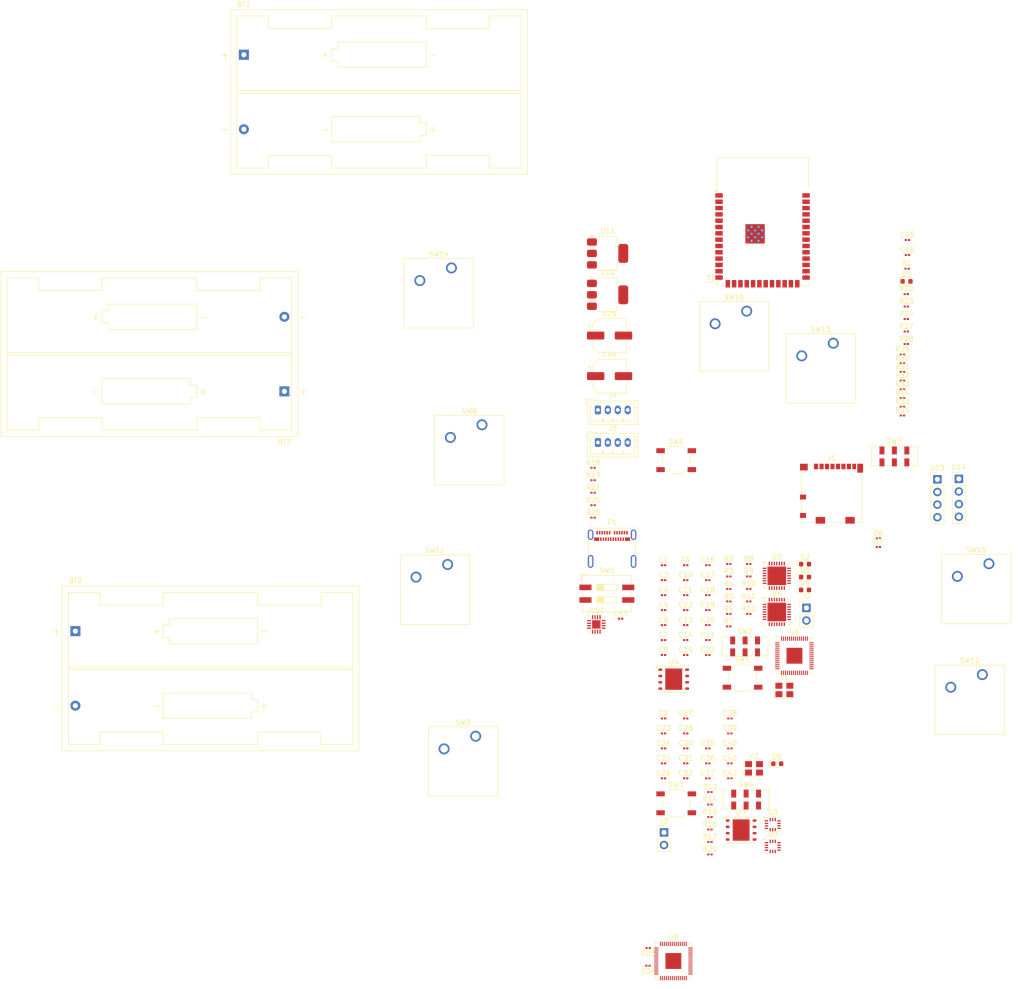
<source format=kicad_pcb>
(kicad_pcb (version 20221018) (generator pcbnew)
  (layers (0 "F.Cu" signal) (31 "B.Cu" signal) (34 "B.Paste" user) (35 "F.Paste" user) (36 "B.SilkS" user "B.Silkscreen") (37 "F.SilkS" user "F.Silkscreen") (38 "B.Mask" user) (39 "F.Mask" user) (44 "Edge.Cuts" user))
  (net 0 "")
  (net 1 "Net-(BT1-+)")
  (net 2 "Net-(BT1--)")
  (net 3 "/VBAT")
  (net 4 "Net-(BT3--)")
  (net 5 "Net-(U2-VCP)")
  (net 6 "VCC")
  (net 7 "GND")
  (net 8 "Net-(U2-CPO)")
  (net 9 "Net-(U2-CPI)")
  (net 10 "/Motor Controller/CURR_S")
  (net 11 "Net-(U6-VCP)")
  (net 12 "Net-(U6-CPO)")
  (net 13 "Net-(U6-CPI)")
  (net 14 "Net-(U1-VREG_VOUT)")
  (net 15 "Net-(U1-XIN)")
  (net 16 "Net-(U1-XOUT)")
  (net 17 "Net-(U1-RUN)")
  (net 18 "Net-(U8-XIN)")
  (net 19 "Net-(U8-XOUT)")
  (net 20 "Net-(U8-RUN)")
  (net 21 "Net-(U8-VREG_VOUT)")
  (net 22 "Net-(U5-EN)")
  (net 23 "Net-(SW7-A)")
  (net 24 "Net-(D1-K)")
  (net 25 "Net-(D2-A)")
  (net 26 "Net-(D3-A)")
  (net 27 "Net-(D4-A)")
  (net 28 "Net-(D5-A)")
  (net 29 "/Telemetry and Control Module/SD_DAT2")
  (net 30 "/Telemetry and Control Module/SD_DAT3")
  (net 31 "/Telemetry and Control Module/SD_CMD")
  (net 32 "/Telemetry and Control Module/SD_CLK")
  (net 33 "/Telemetry and Control Module/SD_DAT0")
  (net 34 "/Telemetry and Control Module/SD_DAT1")
  (net 36 "/Telemetry and Control Module/SD_DET")
  (net 37 "Net-(J2-Pin_1)")
  (net 38 "Net-(J2-Pin_2)")
  (net 39 "Net-(J3-Pin_1)")
  (net 40 "Net-(J3-Pin_2)")
  (net 41 "/Motor Controller/ML_B2")
  (net 42 "/Motor Controller/ML_B1")
  (net 43 "/Motor Controller/ML_A2")
  (net 44 "/Motor Controller/ML_A1")
  (net 45 "/Motor Controller/MR_B2")
  (net 46 "/Motor Controller/MR_B1")
  (net 47 "/Motor Controller/MR_A2")
  (net 48 "/Motor Controller/MR_A1")
  (net 49 "Net-(D6-K)")
  (net 51 "/D+")
  (net 52 "/D-")
  (net 54 "Net-(U5-IO16)")
  (net 55 "Net-(U1-GPIO25)")
  (net 56 "/Motor Controller/QSPI_SS")
  (net 57 "Net-(U2-5VOUT)")
  (net 58 "Net-(U6-5VOUT)")
  (net 59 "Net-(U1-GPIO0)")
  (net 60 "/Motor Controller/ML_UART")
  (net 61 "Net-(U1-GPIO4)")
  (net 62 "/Motor Controller/MR_UART")
  (net 63 "Net-(U1-GPIO21)")
  (net 64 "/Motor Controller/USB+")
  (net 65 "Net-(U1-USB_DP)")
  (net 66 "/Motor Controller/USB-")
  (net 67 "Net-(U1-USB_DM)")
  (net 68 "Net-(SW2-A)")
  (net 69 "/Gyro Controller/USB+")
  (net 70 "Net-(U8-USB_DP)")
  (net 71 "/Gyro Controller/USB-")
  (net 72 "Net-(U8-USB_DM)")
  (net 73 "/Gyro Controller/QSPI_SS")
  (net 74 "Net-(SW4-A)")
  (net 75 "Net-(U10-SEL1)")
  (net 76 "Net-(U10-SEL0)")
  (net 77 "Net-(U8-GPIO21)")
  (net 78 "Net-(U10-{slash}OE)")
  (net 79 "Net-(U5-IO46)")
  (net 80 "/Gyro Controller/SDA")
  (net 81 "/Gyro Controller/SCL")
  (net 82 "/Telemetry and Control Module/OLED_SCL")
  (net 83 "/Telemetry and Control Module/OLED_SDA")
  (net 84 "/Telemetry and Control Module/BTN7")
  (net 85 "/Telemetry and Control Module/BTN6")
  (net 86 "/Telemetry and Control Module/BTN5")
  (net 87 "/Telemetry and Control Module/BTN4")
  (net 88 "/Telemetry and Control Module/BTN3")
  (net 89 "/Telemetry and Control Module/BTN2")
  (net 90 "/Telemetry and Control Module/BTN1")
  (net 91 "/Telemetry and Control Module/BTN0")
  (net 96 "/Motor Controller/~{ML_EN}")
  (net 97 "/Motor Controller/ML_STEP")
  (net 98 "/Motor Controller/ML_DIR")
  (net 99 "/Motor Controller/ML_SPRD")
  (net 100 "/Motor Controller/ML_DIAG")
  (net 101 "/Motor Controller/ML_INDEX")
  (net 102 "/Motor Controller/~{MR_EN}")
  (net 103 "/Motor Controller/MR_STEP")
  (net 104 "/Motor Controller/MR_DIR")
  (net 105 "/Motor Controller/MR_SPRD")
  (net 106 "/Motor Controller/MR_DIAG")
  (net 107 "/Motor Controller/MR_INDEX")
  (net 108 "/Motor Controller/READY")
  (net 113 "/Motor Controller/QSPI_SD3")
  (net 114 "/Motor Controller/QSPI_SCLK")
  (net 115 "/Motor Controller/QSPI_SD0")
  (net 116 "/Motor Controller/QSPI_SD2")
  (net 117 "/Motor Controller/QSPI_SD1")
  (net 120 "/Gyro Controller/MISO_A")
  (net 123 "/Gyro Controller/INT1_A")
  (net 124 "/Gyro Controller/INT2_A")
  (net 127 "/Gyro Controller/CS_A")
  (net 128 "/Gyro Controller/SCK_A")
  (net 129 "/Gyro Controller/MOSI_A")
  (net 130 "/Gyro Controller/READY")
  (net 133 "/Telemetry and Control Module/USB-")
  (net 134 "/Telemetry and Control Module/USB+")
  (net 146 "/Gyro Controller/QSPI_SD1")
  (net 147 "/Gyro Controller/QSPI_SD2")
  (net 148 "/Gyro Controller/QSPI_SD0")
  (net 149 "/Gyro Controller/QSPI_SCLK")
  (net 150 "/Gyro Controller/QSPI_SD3")
  (net 152 "/Gyro Controller/INT1_B")
  (net 153 "/Gyro Controller/INT2_B")
  (net 154 "/Gyro Controller/CS_B")
  (net 155 "/Gyro Controller/SCK_B")
  (net 156 "/Gyro Controller/MOSI_B")
  (net 157 "/Gyro Controller/MISO_B")
  (footprint "Capacitor_SMD:C_0201_0603Metric" (layer "F.Cu") (at -61.3275 94.43)
    (fp_text reference "C6")
    (fp_text value "22nF")
  )
  (footprint "Capacitor_SMD:C_0201_0603Metric" (layer "F.Cu") (at -52.4275 85.4)
    (fp_text reference "C17")
    (fp_text value "100nF")
  )
  (footprint "Resistor_SMD:R_0201_0603Metric" (layer "F.Cu") (at -13.2775 47.03)
    (fp_text reference "R33")
    (fp_text value "1k")
  )
  (footprint "Resistor_SMD:R_0201_0603Metric" (layer "F.Cu") (at -44.1875 84.65)
    (fp_text reference "R9")
    (fp_text value "27.4")
  )
  (footprint "Capacitor_SMD:C_0201_0603Metric" (layer "F.Cu") (at -61.3275 113.21)
    (fp_text reference "C2")
    (fp_text value "100nF")
  )
  (footprint "Capacitor_SMD:C_0201_0603Metric" (layer "F.Cu") (at -64.4661 162.9403 180)
    (fp_text reference "C34")
    (fp_text value "100nF")
  )
  (footprint "Resistor_SMD:R_0201_0603Metric" (layer "F.Cu") (at -18.125 76.99)
    (fp_text reference "D6")
    (fp_text value "D")
  )
  (footprint "Package_TO_SOT_SMD:SOT-223-3_TabPin2" (layer "F.Cu") (at -72.5775 19.685)
    (fp_text reference "U11")
    (fp_text value "AMS1117-3.3")
  )
  (footprint "Battery:BatteryHolder_Keystone_2462_2xAA" (layer "F.Cu") (at -137.5794 47.4238 180)
    (fp_text reference "BT3")
    (fp_text value "2xAA")
  )
  (footprint "Resistor_SMD:R_0201_0603Metric" (layer "F.Cu") (at -13.2775 40.03)
    (fp_text reference "R29")
    (fp_text value "1k")
  )
  (footprint "Resistor_SMD:R_0201_0603Metric" (layer "F.Cu") (at -13.2775 50.53)
    (fp_text reference "R35")
    (fp_text value "1k")
  )
  (footprint "Resistor_SMD:R_0201_0603Metric" (layer "F.Cu") (at -48.1975 92.18)
    (fp_text reference "R6")
    (fp_text value "1k")
  )
  (footprint "Package_LGA:Bosch_LGA-14_3x2.5mm_P0.5mm" (layer "F.Cu") (at -39.3625 134.565)
    (fp_text reference "U3")
    (fp_text value "~")
  )
  (footprint "Resistor_SMD:R_0201_0603Metric" (layer "F.Cu") (at -48.1975 94.69)
    (fp_text reference "R7")
    (fp_text value "1k")
  )
  (footprint "Capacitor_SMD:C_0201_0603Metric" (layer "F.Cu") (at -56.8775 85.4)
    (fp_text reference "C10")
    (fp_text value "100nF")
  )
  (footprint "Button_Switch_Keyboard:SW_Cherry_MX_1.00u_PCB" (layer "F.Cu") (at -103.9876 22.606)
    (fp_text reference "SW14")
    (fp_text value "SW_Push")
  )
  (footprint "Resistor_SMD:R_0201_0603Metric" (layer "F.Cu") (at -12.4975 35.39)
    (fp_text reference "R27")
    (fp_text value "2.2k")
  )
  (footprint "Resistor_SMD:R_0201_0603Metric" (layer "F.Cu") (at -44.1875 82.14)
    (fp_text reference "R8")
    (fp_text value "1k")
  )
  (footprint "Connector_PinHeader_2.54mm:PinHeader_1x04_P2.54mm_Vertical" (layer "F.Cu") (at -6.2484 65.1256)
    (fp_text reference "U13")
    (fp_text value "~")
  )
  (footprint "Capacitor_SMD:CP_Elec_6.3x5.9" (layer "F.Cu") (at -72.1775 44.36)
    (fp_text reference "C44")
    (fp_text value "22uF")
  )
  (footprint "Resistor_SMD:R_0201_0603Metric" (layer "F.Cu") (at -51.9975 135.54)
    (fp_text reference "R16")
    (fp_text value "10k")
  )
  (footprint "Button_Switch_Keyboard:SW_Cherry_MX_1.00u_PCB" (layer "F.Cu") (at -99.1108 116.7892)
    (fp_text reference "SW9")
    (fp_text value "SW_Push")
  )
  (footprint "Capacitor_SMD:C_0201_0603Metric" (layer "F.Cu") (at -56.8775 97.44)
    (fp_text reference "C14")
    (fp_text value "100nF")
  )
  (footprint "Capacitor_SMD:C_0201_0603Metric" (layer "F.Cu") (at -56.8775 100.45)
    (fp_text reference "C15")
    (fp_text value "1uF")
  )
  (footprint "Capacitor_SMD:C_0201_0603Metric" (layer "F.Cu") (at -52.4275 94.43)
    (fp_text reference "C20")
    (fp_text value "15pF")
  )
  (footprint "Resistor_SMD:R_0201_0603Metric" (layer "F.Cu") (at -48.1975 89.67)
    (fp_text reference "R5")
    (fp_text value "1k")
  )
  (footprint "Capacitor_SMD:C_0201_0603Metric" (layer "F.Cu") (at -52.4275 91.42)
    (fp_text reference "C19")
    (fp_text value "15pF")
  )
  (footprint "Resistor_SMD:R_0201_0603Metric" (layer "F.Cu") (at -48.1975 82.14)
    (fp_text reference "R2")
    (fp_text value "22k")
  )
  (footprint "Capacitor_SMD:C_0201_0603Metric" (layer "F.Cu") (at -52.4275 119.23)
    (fp_text reference "C35")
    (fp_text value "100nF")
  )
  (footprint "Resistor_SMD:R_0201_0603Metric" (layer "F.Cu") (at -51.9975 140.56)
    (fp_text reference "R20")
    (fp_text value "1k")
  )
  (footprint "Capacitor_SMD:C_0201_0603Metric" (layer "F.Cu") (at -47.9775 113.21)
    (fp_text reference "C38")
    (fp_text value "100nF")
  )
  (footprint "Resistor_SMD:R_0201_0603Metric" (layer "F.Cu") (at -75.4975 72.83)
    (fp_text reference "R26")
    (fp_text value "2.2k")
  )
  (footprint "Capacitor_SMD:C_0201_0603Metric" (layer "F.Cu") (at -61.3275 97.44)
    (fp_text reference "C7")
    (fp_text value "100nF")
  )
  (footprint "Button_Switch_SMD:SW_DPDT_CK_JS202011JCQN" (layer "F.Cu") (at -44.7175 129.53)
    (fp_text reference "SW4")
    (fp_text value "~{USB_BOOT}")
  )
  (footprint "Connector_PinHeader_2.54mm:PinHeader_1x04_P2.54mm_Vertical" (layer "F.Cu") (at -1.9304 65.024)
    (fp_text reference "U14")
    (fp_text value "~")
  )
  (footprint "Crystal:Crystal_SMD_Abracon_ABM8G-4Pin_3.2x2.5mm" (layer "F.Cu") (at -43.1275 123.24)
    (fp_text reference "Y2")
    (fp_text value "ABM8-272-T3")
  )
  (footprint "Button_Switch_SMD:SW_SPST_TL3342" (layer "F.Cu") (at -45.4275 105.02)
    (fp_text reference "SW1")
    (fp_text value "RST")
  )
  (footprint "Resistor_SMD:R_0201_0603Metric" (layer "F.Cu") (at -51.9975 138.05)
    (fp_text reference "R17")
    (fp_text value "1k")
  )
  (footprint "Resistor_SMD:R_0201_0603Metric" (layer "F.Cu") (at -44.1875 92.18)
    (fp_text reference "R12")
    (fp_text value "1k")
  )
  (footprint "Resistor_SMD:R_0201_0603Metric" (layer "F.Cu") (at -13.2775 41.78)
    (fp_text reference "R30")
    (fp_text value "1k")
  )
  (footprint "Capacitor_SMD:C_0201_0603Metric" (layer "F.Cu") (at -12.2775 16.99)
    (fp_text reference "C45")
    (fp_text value "100nF")
  )
  (footprint "Crystal:Crystal_SMD_Abracon_ABM8G-4Pin_3.2x2.5mm" (layer "F.Cu") (at -37.0275 107.48)
    (fp_text reference "Y1")
    (fp_text value "ABM8-272-T3")
  )
  (footprint "Button_Switch_Keyboard:SW_Cherry_MX_1.00u_PCB" (layer "F.Cu") (at -97.8408 54.1528)
    (fp_text reference "SW8")
    (fp_text value "SW_Push")
  )
  (footprint "LED_SMD:LED_0603_1608Metric" (layer "F.Cu") (at -32.8675 87.36)
    (fp_text reference "D4")
    (fp_text value "RP2040_LED")
  )
  (footprint "Button_Switch_Keyboard:SW_Cherry_MX_1.00u_PCB" (layer "F.Cu") (at -44.6024 31.2928)
    (fp_text reference "SW10")
    (fp_text value "SW_Push")
  )
  (footprint "Connector_JST:JST_PH_B4B-PH-K_1x04_P2.00mm_Vertical" (layer "F.Cu") (at -74.5275 51.16)
    (fp_text reference "J4")
    (fp_text value "ML")
  )
  (footprint "Resistor_SMD:R_0201_0603Metric" (layer "F.Cu") (at -13.2775 48.78)
    (fp_text reference "R34")
    (fp_text value "1k")
  )
  (footprint "Resistor_SMD:R_0201_0603Metric" (layer "F.Cu") (at -12.4975 27.86)
    (fp_text reference "R22")
    (fp_text value "1k")
  )
  (footprint "Capacitor_SMD:C_0201_0603Metric" (layer "F.Cu") (at -47.9775 125.25)
    (fp_text reference "C42")
    (fp_text value "100nF")
  )
  (footprint "Connector_PinHeader_2.54mm:PinHeader_1x02_P2.54mm_Vertical" (layer "F.Cu") (at -32.5875 90.98)
    (fp_text reference "J2")
    (fp_text value "SWCLK SWD")
  )
  (footprint "LED_SMD:LED_0603_1608Metric" (layer "F.Cu") (at -12.4575 25.31)
    (fp_text reference "D1")
    (fp_text value "LED")
  )
  (footprint "Button_Switch_Keyboard:SW_Cherry_MX_1.00u_PCB" (layer "F.Cu") (at -104.7496 82.2452)
    (fp_text reference "SW11")
    (fp_text value "SW_Push")
  )
  (footprint "Package_DFN_QFN:QFN-16-1EP_3x3mm_P0.5mm_EP1.7x1.7mm" (layer "F.Cu") (at -74.8475 94.3)
    (fp_text reference "U10")
    (fp_text value "~")
  )
  (footprint "Resistor_SMD:R_0201_0603Metric" (layer "F.Cu") (at -75.4975 65.3)
    (fp_text reference "R19")
    (fp_text value "1k")
  )
  (footprint "Capacitor_SMD:C_0201_0603Metric" (layer "F.Cu") (at -61.3275 122.24)
    (fp_text reference "C25")
    (fp_text value "15pF")
  )
  (footprint "Capacitor_SMD:C_0201_0603Metric" (layer "F.Cu") (at -56.8775 113.21)
    (fp_text reference "C27")
    (fp_text value "100nF")
  )
  (footprint "Resistor_SMD:R_0201_0603Metric" (layer "F.Cu") (at -48.1975 84.65)
    (fp_text reference "R3")
    (fp_text value "10k")
  )
  (footprint "Package_TO_SOT_SMD:SOT-223-3_TabPin2" (layer "F.Cu") (at -72.5775 28.01)
    (fp_text reference "U12")
    (fp_text value "AMS1117-3.3")
  )
  (footprint "Package_DFN_QFN:QFN-28-1EP_5x5mm_P0.5mm_EP3.75x3.75mm" (layer "F.Cu") (at -38.5475 84.52)
    (fp_text reference "U2")
    (fp_text value "~")
  )
  (footprint "Package_LGA:Bosch_LGA-14_3x2.5mm_P0.5mm" (layer "F.Cu") (at -39.3625 138.95)
    (fp_text reference "U9")
    (fp_text value "~")
  )
  (footprint "LED_SMD:LED_0603_1608Metric" (layer "F.Cu") (at -38.4575 122.31)
    (fp_text reference "D5")
    (fp_text value "RP2040_LED")
  )
  (footprint "RF_Module:ESP32-S3-WROOM-1" (layer "F.Cu") (at -41.4144 13.2864)
    (fp_text reference "U5")
    (fp_text value "ESP32-S3-WROOM-1")
  )
  (footprint "Resistor_SMD:R_0201_0603Metric" (layer "F.Cu") (at -12.4975 30.37)
    (fp_text reference "R23")
    (fp_text value "1k")
  )
  (footprint "Capacitor_SMD:C_0201_0603Metric" (layer "F.Cu") (at -61.3275 82.39)
    (fp_text reference "C1")
    (fp_text value "100nF")
  )
  (footprint "Resistor_SMD:R_0201_0603Metric" (layer "F.Cu") (at -51.9975 133.03)
    (fp_text reference "R15")
    (fp_text value "27.4")
  )
  (footprint "Button_Switch_SMD:SW_DPDT_CK_JS202011JCQN" (layer "F.Cu") (at -44.9275 98.72)
    (fp_text reference "SW2")
    (fp_text value "~{USB_BOOT}")
  )
  (footprint "Package_SON:WSON-8-1EP_6x5mm_P1.27mm_EP3.4x4.3mm" (layer "F.Cu") (at -59.2825 105.305)
    (fp_text reference "U4")
    (fp_text value "W25Q32JVZP")
  )
  (footprint "Resistor_SMD:R_0201_0603Metric" (layer "F.Cu") (at -12.3275 22.76)
    (fp_text reference "R1")
    (fp_text value "1k")
  )
  (footprint "Capacitor_SMD:C_0201_0603Metric" (layer "F.Cu") (at -12.2775 20)
    (fp_text reference "C46")
    (fp_text value "100nF")
  )
  (footprint "Button_Switch_SMD:SW_SPST_TL3342" (layer "F.Cu") (at -58.7775 130.28)
    (fp_text reference "SW3")
    (fp_text value "RST")
  )
  (footprint "Capacitor_SMD:C_0201_0603Metric" (layer "F.Cu") (at -56.8775 122.24)
    (fp_text reference "C31")
    (fp_text value "100nF")
  )
  (footprint "Package_SON:WSON-8-1EP_6x5mm_P1.27mm_EP3.4x4.3mm" (layer "F.Cu") (at -45.7225 135.655)
    (fp_text reference "U7")
    (fp_text value "W25Q32JVZP")
  )
  (footprint "Capacitor_SMD:C_0201_0603Metric" (layer "F.Cu") (at -47.9775 116.22)
    (fp_text reference "C39")
    (fp_text value "100nF")
  )
  (footprint "Resistor_SMD:R_0201_0603Metric" (layer "F.Cu") (at -13.2775 52.28)
    (fp_text reference "R36")
    (fp_text value "1k")
  )
  (footprint "Capacitor_SMD:C_0201_0603Metric" (layer "F.Cu") (at -61.3275 88.41)
    (fp_text reference "C4")
    (fp_text value "1uF")
  )
  (footprint "Button_Switch_SMD:SW_DIP_SPSTx02_Slide_9.78x7.26mm_W8.61mm_P2.54mm" (layer "F.Cu") (at -72.7275 88.12)
    (fp_text reference "SW5")
    (fp_text value "SW_DIP_x02")
  )
  (footprint "Capacitor_SMD:C_0201_0603Metric" (layer "F.Cu") (at -52.4275 122.24)
    (fp_text reference "C36")
    (fp_text value "100nF")
  )
  (footprint "Resistor_SMD:R_0201_0603Metric" (layer "F.Cu") (at -18.125 78.74)
    (fp_text reference "D7")
    (fp_text value "D")
  )
  (footprint "Capacitor_SMD:C_0201_0603Metric" (layer "F.Cu") (at -52.4275 100.45)
    (fp_text reference "C22")
    (fp_text value "100nF")
  )
  (footprint "LED_SMD:LED_0603_1608Metric" (layer "F.Cu") (at -32.8675 82.18)
    (fp_text reference "D2")
    (fp_text value "ML_LED")
  )
  (footprint "Resistor_SMD:R_0201_0603Metric" (layer "F.Cu") (at -75.4975 62.79)
    (fp_text reference "R18")
    (fp_text value "1k")
  )
  (footprint "Capacitor_SMD:C_0201_0603Metric" (layer "F.Cu") (at -56.8775 116.22)
    (fp_text reference "C28")
    (fp_text value "1uF")
  )
  (footprint "Capacitor_SMD:C_0201_0603Metric" (layer "F.Cu") (at -61.3275 125.25)
    (fp_text reference "C26")
    (fp_text value "100nF")
  )
  (footprint "Button_Switch_Keyboard:SW_Cherry_MX_1.00u_PCB" (layer "F.Cu") (at 4.1148 82.0928)
    (fp_text reference "SW15")
    (fp_text value "SW_Push")
  )
  (footprint "LED_SMD:LED_0603_1608Metric" (layer "F.Cu") (at -32.8675 84.77)
    (fp_text reference "D3")
    (fp_text value "MR_LED")
  )
  (footprint "Resistor_SMD:R_0201_0603Metric" (layer "F.Cu") (at -51.9975 130.52)
    (fp_text reference "R14")
    (fp_text value "27.4")
  )
  (footprint "Connector_PinHeader_2.54mm:PinHeader_1x02_P2.54mm_Vertical" (layer "F.Cu") (at -61.2275 136.13)
    (fp_text reference "J3")
    (fp_text value "SWCLK SWD")
  )
  (footprint "Package_DFN_QFN:QFN-28-1EP_5x5mm_P0.5mm_EP3.75x3.75mm" (layer "F.Cu") (at -38.5475 91.79)
    (fp_text reference "U6")
    (fp_text value "~")
  )
  (footprint "Capacitor_SMD:C_0201_0603Metric" (layer "F.Cu") (at -56.8775 94.43)
    (fp_text reference "C13")
    (fp_text value "100nF")
  )
  (footprint "Resistor_SMD:R_0201_0603Metric" (layer "F.Cu") (at -75.4975 67.81)
    (fp_text reference "R21")
    (fp_text value "1k")
  )
  (footprint "Capacitor_SMD:C_0201_0603Metric" (layer "F.Cu") (at -56.8775 119.23)
    (fp_text reference "C30")
    (fp_text value "100nF")
  )
  (footprint "Resistor_SMD:R_0201_0603Metric" (layer "F.Cu") (at -12.4975 37.9)
    (fp_text reference "R28")
    (fp_text value "2.2k")
  )
  (footprint "Capacitor_SMD:C_0201_0603Metric" (layer "F.Cu") (at -52.4275 97.44)
    (fp_text reference "C21")
    (fp_text value "10uF")
  )
  (footprint "Capacitor_SMD:C_0201_0603Metric" (layer "F.Cu") (at -61.3275 116.22)
    (fp_text reference "C23")
    (fp_text value "100nF")
  )
  (footprint "Connector_Card:microSD_HC_Molex_104031-0811" (layer "F.Cu") (at -27.5375 67.985)
    (fp_text reference "J1")
    (fp_text value "Micro_SD_Card_Det_Hirose_DM3AT")
  )
  (footprint "Package_DFN_QFN:QFN-56-1EP_7x7mm_P0.4mm_EP3.2x3.2mm" (layer "F.Cu") (at -59.3513 161.992)
    (fp_text reference "U8")
    (fp_text value "RP2040")
  )
  (footprint "Capacitor_SMD:C_0201_0603Metric" (layer "F.Cu") (at -47.9775 122.24)
    (fp_text reference "C41")
    (fp_text value "100nF")
  )
  (footprint "Capacitor_SMD:C_0201_0603Metric" (layer "F.Cu") (at -56.8775 91.42)
    (fp_text reference "C12")
    (fp_text value "100nF")
  )
  (footprint "Capacitor_SMD:C_0201_0603Metric" (layer "F.Cu") (at -56.8775 125.25)
    (fp_text reference "C32")
    (fp_text value "10uF")
  )
  (footprint "Resistor_SMD:R_0201_0603Metric" (layer "F.Cu") (at -13.2775 45.28)
    (fp_text reference "R32")
    (fp_text value "1k")
  )
  (footprint "Capacitor_SMD:C_0201_0603Metric" (layer "F.Cu") (at -52.4275 125.25)
    (fp_text reference "C37")
    (fp_text value "100nF")
  )
  (footprint "Battery:BatteryHolder_Keystone_2462_2xAA" (layer "F.Cu") (at -179.6158 95.6524)
    (fp_text reference "BT2")
    (fp_text value "2xAA")
  )
  (footprint "Resistor_SMD:R_0201_0603Metric" (layer "F.Cu") (at -44.1875 87.16)
    (fp_text reference "R10")
    (fp_text value "27.4")
  )
  (footprint "Button_Switch_Keyboard:SW_Cherry_MX_1.00u_PCB" (layer "F.Cu") (at 2.794 104.394)
    (fp_text reference "SW12")
    (fp_text value "SW_Push")
  )
  (footprint "Capacitor_SMD:C_0201_0603Metric" (layer "F.Cu") (at -52.4275 82.39)
    (fp_text reference "C16")
    (fp_text value "1uF")
  )
  (footprint "Capacitor_SMD:C_0201_0603Metric" (layer "F.Cu") (at -47.9775 119.23)
    (fp_text reference "C40")
    (fp_text value "1uF")
  )
  (footprint "Capacitor_SMD:C_0201_0603Metric" (layer "F.Cu") (at -52.4275 88.41)
    (fp_text reference "C18")
    (fp_text value "100nF")
  )
  (footprint "Capacitor_SMD:C_0201_0603Metric" (layer "F.Cu") (at -61.3275 119.23)
    (fp_text reference "C24")
    (fp_text value "15pF")
  )
  (footprint "Button_Switch_SMD:SW_DPDT_CK_JS202011JCQN" (layer "F.Cu") (at -14.8975 60.51)
    (fp_text reference "SW7")
    (fp_text value "~{USB_BOOT}")
  )
  (footprint "Resistor_SMD:R_0201_0603Metric" (layer "F.Cu") (at -44.1875 89.67)
    (fp_text reference "R11")
    (fp_text value "1k")
  )
  (footprint "Resistor_SMD:R_0201_0603Metric" (layer "F.Cu") (at -12.4975 32.88)
    (fp_text reference "R24")
    (fp_text value "1k")
  )
  (footprint "Button_Switch_Keyboard:SW_Cherry_MX_1.00u_PCB" (layer "F.Cu") (at -27.178 37.7444)
    (fp_text reference "SW13")
    (fp_text value "SW_Push")
  )
  (footprint "Resistor_SMD:R_0201_0603Metric" (layer "F.Cu") (at -75.4975 70.32)
    (fp_text reference "R25")
    (fp_text value "2.2k")
  )
  (footprint "Capacitor_SMD:C_0201_0603Metric" (layer "F.Cu") (at -61.3275 91.42)
    (fp_text reference "C5")
    (fp_text value "100nF")
  )
  (footprint "Capacitor_SMD:C_0201_0603Metric" (layer "F.Cu") (at -56.8775 88.41)
    (fp_text reference "C11")
    (fp_text value "100nF")
  )
  (footprint "Capacitor_SMD:CP_Elec_6.3x5.9" (layer "F.Cu") (at -72.1775 36.21)
    (fp_text reference "C29")
    (fp_text value "22uF")
  )
  (footprint "Battery:BatteryHolder_Keystone_2462_2xAA" (layer "F.Cu") (at -145.7322 -20.2732)
    (fp_text reference "BT1")
    (fp_text value "2xAA")
  )
  (footprint "Capacitor_SMD:C_0201_0603Metric" (layer "F.Cu") (at -64.4153 159.3843 180)
    (fp_text reference "C33")
    (fp_text value "100nF")
  )
  (footprint "Resistor_SMD:R_0201_0603Metric" (layer "F.Cu") (at -48.1975 87.16)
    (fp_text reference "R4")
    (fp_text value "1k")
  )
  (footprint "Connector_USB:USB_C_Receptacle_Molex_105450-0101" (layer "F.Cu") (at -71.6775 79.07)
    (fp_text reference "P1")
    (fp_text value "USB_C_Plug_USB2.0")
  )
  (footprint "Resistor_SMD:R_0201_0603Metric" (layer "F.Cu") (at -51.9975 128.01)
    (fp_text reference "R13")
    (fp_text value "1k")
  )
  (footprint "Package_DFN_QFN:QFN-56-1EP_7x7mm_P0.4mm_EP3.2x3.2mm" (layer "F.Cu") (at -34.9975 100.6)
    (fp_text reference "U1")
    (fp_text value "RP2040")
  )
  (footprint "Capacitor_SMD:C_0201_0603Metric" (layer "F.Cu") (at -61.3275 85.4)
    (fp_text reference "C3")
    (fp_text value "22nF")
  )
  (footprint "Capacitor_SMD:C_0201_0603Metric" (layer "F.Cu") (at -56.8775 82.39)
    (fp_text reference "C9")
    (fp_text value "100nF")
  )
  (footprint "Resistor_SMD:R_0201_0603Metric" (layer "F.Cu") (at -13.2775 43.53)
    (fp_text reference "R31")
    (fp_text value "1k")
  )
  (footprint "Connector_JST:JST_PH_B4B-PH-K_1x04_P2.00mm_Vertical" (layer "F.Cu") (at -74.5275 57.71)
    (fp_text reference "J5")
    (fp_text value "MR")
  )
  (footprint "Button_Switch_SMD:SW_SPST_TL3342" (layer "F.Cu") (at -58.7775 61.26)
    (fp_text reference "SW6")
    (fp_text value "RST")
  )
  (footprint "Capacitor_SMD:C_0201_0603Metric" (layer "F.Cu") (at -61.3275 100.45)
    (fp_text reference "C8")
    (fp_text value "100nF")
  )
  (footprint "Capacitor_SMD:C_0201_0603Metric" (layer "F.Cu") (at -69.9675 93.15)
    (fp_text reference "C43")
    (fp_text value "100nF")
  )
)
</source>
